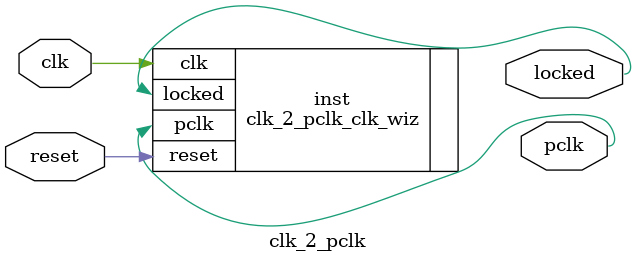
<source format=v>


`timescale 1ps/1ps

(* CORE_GENERATION_INFO = "clk_2_pclk,clk_wiz_v6_0_1_0_0,{component_name=clk_2_pclk,use_phase_alignment=true,use_min_o_jitter=false,use_max_i_jitter=false,use_dyn_phase_shift=false,use_inclk_switchover=false,use_dyn_reconfig=false,enable_axi=0,feedback_source=FDBK_AUTO,PRIMITIVE=PLL,num_out_clk=1,clkin1_period=8.000,clkin2_period=10.0,use_power_down=false,use_reset=true,use_locked=true,use_inclk_stopped=false,feedback_type=SINGLE,CLOCK_MGR_TYPE=NA,manual_override=false}" *)

module clk_2_pclk 
 (
  // Clock out ports
  output        pclk,
  // Status and control signals
  input         reset,
  output        locked,
 // Clock in ports
  input         clk
 );

  clk_2_pclk_clk_wiz inst
  (
  // Clock out ports  
  .pclk(pclk),
  // Status and control signals               
  .reset(reset), 
  .locked(locked),
 // Clock in ports
  .clk(clk)
  );

endmodule

</source>
